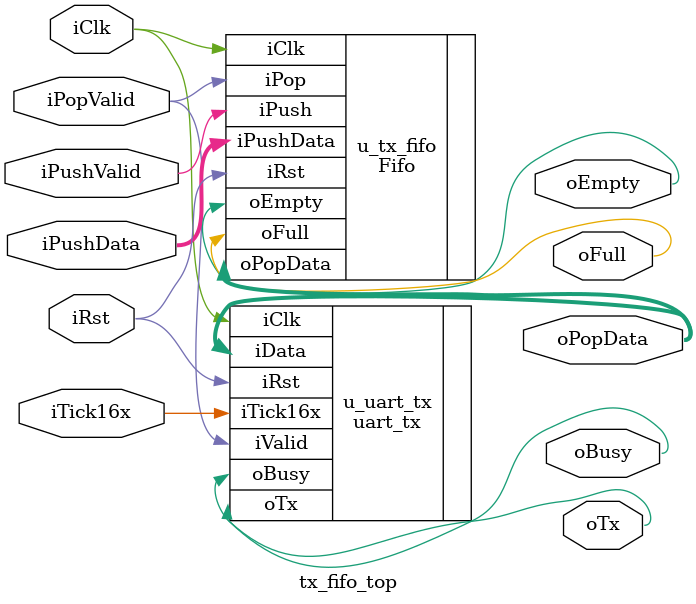
<source format=v>
module tx_fifo_top (
    input wire iClk,
    input wire iRst,

    //tx input
    input wire iTick16x,

    //fifo input
    input wire iPushValid,
    input wire [7:0] iPushData,
    input wire iPopValid,
    
    //tx
    output wire oTx,
    output wire oBusy,

    //fifo
    output wire oFull,
    output wire [7:0] oPopData,
    output wire oEmpty
);

    //------------
    //instance fifo
    //------------
    Fifo #(
        .P_DATA_WIDTH(8),
        .P_FIFO_DEPTH(16)
    ) u_tx_fifo (
        .iClk(iClk),
        .iRst(iRst),
        .iPush(iPushValid),
        .iPushData(iPushData),
        .oFull(oFull),
        .iPop(iPopValid),
        .oPopData(oPopData),
        .oEmpty(oEmpty)
    );

    //------------
    //instance tx
    //------------
    uart_tx u_uart_tx (
    .iClk(iClk),
    .iRst(iRst),
    .iTick16x(iTick16x),
    .iData(oPopData),
    .iValid(iPopValid),
    .oTx(oTx),
    .oBusy(oBusy)
  );
endmodule
</source>
